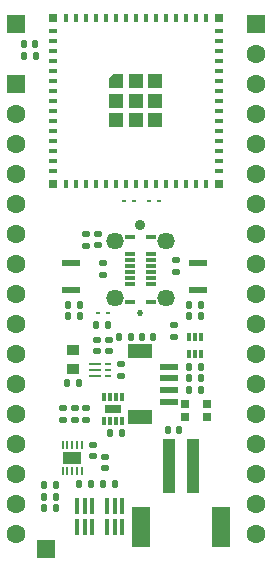
<source format=gbr>
%TF.GenerationSoftware,KiCad,Pcbnew,9.0.7-9.0.7~ubuntu22.04.1*%
%TF.CreationDate,2026-02-15T22:28:31-07:00*%
%TF.ProjectId,ESP32-S3-MINI-1_UU,45535033-322d-4533-932d-4d494e492d31,rev?*%
%TF.SameCoordinates,Original*%
%TF.FileFunction,Soldermask,Top*%
%TF.FilePolarity,Negative*%
%FSLAX46Y46*%
G04 Gerber Fmt 4.6, Leading zero omitted, Abs format (unit mm)*
G04 Created by KiCad (PCBNEW 9.0.7-9.0.7~ubuntu22.04.1) date 2026-02-15 22:28:31*
%MOMM*%
%LPD*%
G01*
G04 APERTURE LIST*
G04 Aperture macros list*
%AMRoundRect*
0 Rectangle with rounded corners*
0 $1 Rounding radius*
0 $2 $3 $4 $5 $6 $7 $8 $9 X,Y pos of 4 corners*
0 Add a 4 corners polygon primitive as box body*
4,1,4,$2,$3,$4,$5,$6,$7,$8,$9,$2,$3,0*
0 Add four circle primitives for the rounded corners*
1,1,$1+$1,$2,$3*
1,1,$1+$1,$4,$5*
1,1,$1+$1,$6,$7*
1,1,$1+$1,$8,$9*
0 Add four rect primitives between the rounded corners*
20,1,$1+$1,$2,$3,$4,$5,0*
20,1,$1+$1,$4,$5,$6,$7,0*
20,1,$1+$1,$6,$7,$8,$9,0*
20,1,$1+$1,$8,$9,$2,$3,0*%
%AMOutline5P*
0 Free polygon, 5 corners , with rotation*
0 The origin of the aperture is its center*
0 number of corners: always 5*
0 $1 to $10 corner X, Y*
0 $11 Rotation angle, in degrees counterclockwise*
0 create outline with 5 corners*
4,1,5,$1,$2,$3,$4,$5,$6,$7,$8,$9,$10,$1,$2,$11*%
%AMOutline6P*
0 Free polygon, 6 corners , with rotation*
0 The origin of the aperture is its center*
0 number of corners: always 6*
0 $1 to $12 corner X, Y*
0 $13 Rotation angle, in degrees counterclockwise*
0 create outline with 6 corners*
4,1,6,$1,$2,$3,$4,$5,$6,$7,$8,$9,$10,$11,$12,$1,$2,$13*%
%AMOutline7P*
0 Free polygon, 7 corners , with rotation*
0 The origin of the aperture is its center*
0 number of corners: always 7*
0 $1 to $14 corner X, Y*
0 $15 Rotation angle, in degrees counterclockwise*
0 create outline with 7 corners*
4,1,7,$1,$2,$3,$4,$5,$6,$7,$8,$9,$10,$11,$12,$13,$14,$1,$2,$15*%
%AMOutline8P*
0 Free polygon, 8 corners , with rotation*
0 The origin of the aperture is its center*
0 number of corners: always 8*
0 $1 to $16 corner X, Y*
0 $17 Rotation angle, in degrees counterclockwise*
0 create outline with 8 corners*
4,1,8,$1,$2,$3,$4,$5,$6,$7,$8,$9,$10,$11,$12,$13,$14,$15,$16,$1,$2,$17*%
G04 Aperture macros list end*
%ADD10R,1.650000X0.500000*%
%ADD11R,0.600000X0.250000*%
%ADD12R,1.000000X0.200000*%
%ADD13RoundRect,0.140000X0.140000X0.170000X-0.140000X0.170000X-0.140000X-0.170000X0.140000X-0.170000X0*%
%ADD14C,1.600000*%
%ADD15R,1.600000X1.600000*%
%ADD16RoundRect,0.140000X-0.140000X-0.170000X0.140000X-0.170000X0.140000X0.170000X-0.140000X0.170000X0*%
%ADD17RoundRect,0.135000X0.135000X0.185000X-0.135000X0.185000X-0.135000X-0.185000X0.135000X-0.185000X0*%
%ADD18RoundRect,0.100000X0.100000X-0.562500X0.100000X0.562500X-0.100000X0.562500X-0.100000X-0.562500X0*%
%ADD19RoundRect,0.135000X0.185000X-0.135000X0.185000X0.135000X-0.185000X0.135000X-0.185000X-0.135000X0*%
%ADD20RoundRect,0.062500X-0.117500X-0.062500X0.117500X-0.062500X0.117500X0.062500X-0.117500X0.062500X0*%
%ADD21RoundRect,0.062500X0.117500X0.062500X-0.117500X0.062500X-0.117500X-0.062500X0.117500X-0.062500X0*%
%ADD22R,1.000000X0.900000*%
%ADD23RoundRect,0.140000X0.170000X-0.140000X0.170000X0.140000X-0.170000X0.140000X-0.170000X-0.140000X0*%
%ADD24R,0.700000X0.700000*%
%ADD25RoundRect,0.147500X0.147500X0.172500X-0.147500X0.172500X-0.147500X-0.172500X0.147500X-0.172500X0*%
%ADD26RoundRect,0.135000X-0.185000X0.135000X-0.185000X-0.135000X0.185000X-0.135000X0.185000X0.135000X0*%
%ADD27RoundRect,0.147500X0.172500X-0.147500X0.172500X0.147500X-0.172500X0.147500X-0.172500X-0.147500X0*%
%ADD28R,0.200000X0.750000*%
%ADD29R,1.600000X1.000000*%
%ADD30RoundRect,0.135000X-0.135000X-0.185000X0.135000X-0.185000X0.135000X0.185000X-0.135000X0.185000X0*%
%ADD31R,1.550000X0.600000*%
%ADD32R,2.000000X1.200000*%
%ADD33R,0.300000X0.700000*%
%ADD34R,1.380000X0.800000*%
%ADD35R,1.000000X4.600000*%
%ADD36R,1.600000X3.400000*%
%ADD37RoundRect,0.147500X-0.147500X-0.172500X0.147500X-0.172500X0.147500X0.172500X-0.147500X0.172500X0*%
%ADD38RoundRect,0.140000X-0.170000X0.140000X-0.170000X-0.140000X0.170000X-0.140000X0.170000X0.140000X0*%
%ADD39R,0.800000X0.400000*%
%ADD40R,0.400000X0.800000*%
%ADD41Outline5P,-0.600000X0.204000X-0.204000X0.600000X0.600000X0.600000X0.600000X-0.600000X-0.600000X-0.600000X0.000000*%
%ADD42R,1.200000X1.200000*%
%ADD43R,0.800000X0.800000*%
%ADD44RoundRect,0.087500X0.087500X-0.250000X0.087500X0.250000X-0.087500X0.250000X-0.087500X-0.250000X0*%
%ADD45C,0.520000*%
%ADD46C,0.890000*%
%ADD47R,0.870000X0.300000*%
%ADD48C,1.460000*%
G04 APERTURE END LIST*
D10*
%TO.C,S2*%
X187650000Y-134550000D03*
X187650000Y-136850000D03*
%TD*%
%TO.C,S1*%
X176900000Y-134550000D03*
X176900000Y-136850000D03*
%TD*%
D11*
%TO.C,IC1*%
X180060000Y-144100000D03*
X180060000Y-143600000D03*
X180060000Y-143100000D03*
D12*
X178960000Y-143100000D03*
X178960000Y-143600000D03*
X178960000Y-144100000D03*
%TD*%
D13*
%TO.C,C4*%
X173900000Y-117000000D03*
X172940000Y-117000000D03*
%TD*%
D14*
%TO.C,J9*%
X192560000Y-157450000D03*
X192560000Y-154910000D03*
X192560000Y-152370000D03*
X192560000Y-149830000D03*
X192560000Y-147290000D03*
X192560000Y-144750000D03*
X192560000Y-142210000D03*
X192560000Y-139670000D03*
X192560000Y-137130000D03*
X192560000Y-134590000D03*
X192560000Y-132050000D03*
X192560000Y-129510000D03*
X192560000Y-126970000D03*
X192560000Y-124430000D03*
X192560000Y-121890000D03*
X192560000Y-119350000D03*
X192560000Y-116810000D03*
D15*
X192560000Y-114270000D03*
%TD*%
%TO.C,J8*%
X172240000Y-119350000D03*
D14*
X172240000Y-121890000D03*
X172240000Y-124430000D03*
X172240000Y-126970000D03*
X172240000Y-129510000D03*
X172240000Y-132050000D03*
X172240000Y-134590000D03*
X172240000Y-137130000D03*
X172240000Y-139670000D03*
X172240000Y-142210000D03*
X172240000Y-144750000D03*
X172240000Y-147290000D03*
X172240000Y-149830000D03*
X172240000Y-152370000D03*
X172240000Y-154910000D03*
X172240000Y-157450000D03*
%TD*%
D15*
%TO.C,J7*%
X174780000Y-158733000D03*
%TD*%
D16*
%TO.C,C11*%
X186920000Y-145300000D03*
X187880000Y-145300000D03*
%TD*%
D17*
%TO.C,R14*%
X187910000Y-143300000D03*
X186890000Y-143300000D03*
%TD*%
D18*
%TO.C,U5*%
X179950000Y-156875000D03*
X180600000Y-156875000D03*
X181250000Y-156875000D03*
X181250000Y-155100000D03*
X180600000Y-155100000D03*
X179950000Y-155100000D03*
%TD*%
D19*
%TO.C,R9*%
X178200000Y-147810000D03*
X178200000Y-146790000D03*
%TD*%
D17*
%TO.C,TH1*%
X175610000Y-153300000D03*
X174590000Y-153300000D03*
%TD*%
D20*
%TO.C,D7*%
X184320000Y-129300000D03*
X183480000Y-129300000D03*
%TD*%
D21*
%TO.C,D8*%
X181380000Y-129300000D03*
X182220000Y-129300000D03*
%TD*%
D22*
%TO.C,L1*%
X177060000Y-143500000D03*
X177060000Y-141900000D03*
%TD*%
D23*
%TO.C,C8*%
X179800000Y-151880000D03*
X179800000Y-150920000D03*
%TD*%
D13*
%TO.C,C12*%
X187880000Y-138050000D03*
X186920000Y-138050000D03*
%TD*%
D24*
%TO.C,D6*%
X186570000Y-146450000D03*
X186570000Y-147550000D03*
X188400000Y-147550000D03*
X188400000Y-146450000D03*
%TD*%
D13*
%TO.C,C5*%
X177540000Y-144700000D03*
X176580000Y-144700000D03*
%TD*%
D25*
%TO.C,D4*%
X183870000Y-140800000D03*
X182900000Y-140800000D03*
%TD*%
D17*
%TO.C,R2*%
X175610000Y-154300000D03*
X174590000Y-154300000D03*
%TD*%
D26*
%TO.C,R4*%
X185785000Y-134290000D03*
X185785000Y-135310000D03*
%TD*%
D27*
%TO.C,D5*%
X179200000Y-133020000D03*
X179200000Y-132050000D03*
%TD*%
D26*
%TO.C,R12*%
X178200000Y-132050000D03*
X178200000Y-133070000D03*
%TD*%
D28*
%TO.C,IC2*%
X177800000Y-149900000D03*
X177400000Y-149900000D03*
X177000000Y-149900000D03*
X176600000Y-149900000D03*
X176200000Y-149900000D03*
X176200000Y-152100000D03*
X176600000Y-152100000D03*
X177000000Y-152100000D03*
X177400000Y-152100000D03*
X177800000Y-152100000D03*
D29*
X177000000Y-151000000D03*
%TD*%
D17*
%TO.C,R3*%
X175620000Y-155300000D03*
X174600000Y-155300000D03*
%TD*%
D30*
%TO.C,R13*%
X176640000Y-139050000D03*
X177660000Y-139050000D03*
%TD*%
D16*
%TO.C,C9*%
X179060000Y-139800000D03*
X180020000Y-139800000D03*
%TD*%
D31*
%TO.C,J3*%
X185161000Y-146300000D03*
X185161000Y-145300000D03*
X185161000Y-144300000D03*
X185161000Y-143300000D03*
D32*
X182736000Y-147600000D03*
X182736000Y-142000000D03*
%TD*%
D23*
%TO.C,C14*%
X185600000Y-140760000D03*
X185600000Y-139800000D03*
%TD*%
D33*
%TO.C,U3*%
X179694000Y-147890000D03*
X180194000Y-147890000D03*
X180694000Y-147890000D03*
X181194000Y-147890000D03*
X181194000Y-145910000D03*
X180694000Y-145910000D03*
X180194000Y-145910000D03*
X179694000Y-145910000D03*
D34*
X180444000Y-146900000D03*
%TD*%
D17*
%TO.C,R16*%
X187910000Y-144300000D03*
X186890000Y-144300000D03*
%TD*%
D16*
%TO.C,C15*%
X180220000Y-148900000D03*
X181180000Y-148900000D03*
%TD*%
D19*
%TO.C,R5*%
X179650000Y-135560000D03*
X179650000Y-134540000D03*
%TD*%
D20*
%TO.C,D1*%
X180035000Y-138800000D03*
X179195000Y-138800000D03*
%TD*%
D16*
%TO.C,C7*%
X185120000Y-148700000D03*
X186080000Y-148700000D03*
%TD*%
D35*
%TO.C,J1*%
X187200000Y-151700000D03*
X185200000Y-151700000D03*
D36*
X189600000Y-156900000D03*
X182800000Y-156900000D03*
%TD*%
D26*
%TO.C,R1*%
X181160000Y-143090000D03*
X181160000Y-144110000D03*
%TD*%
D37*
%TO.C,D3*%
X177615000Y-153200000D03*
X178585000Y-153200000D03*
%TD*%
D38*
%TO.C,C6*%
X178800000Y-149920000D03*
X178800000Y-150880000D03*
%TD*%
D23*
%TO.C,C1*%
X179100000Y-141980000D03*
X179100000Y-141020000D03*
%TD*%
D30*
%TO.C,R10*%
X179590000Y-153200000D03*
X180610000Y-153200000D03*
%TD*%
D39*
%TO.C,U2*%
X175400000Y-114850000D03*
X175400000Y-115700000D03*
X175400000Y-116550000D03*
X175400000Y-117400000D03*
X175400000Y-118250000D03*
X175400000Y-119100000D03*
X175400000Y-119950000D03*
X175400000Y-120800000D03*
X175400000Y-121650000D03*
X175400000Y-122500000D03*
X175400000Y-123350000D03*
X175400000Y-124200000D03*
X175400000Y-125050000D03*
X175400000Y-125900000D03*
X175400000Y-126750000D03*
D40*
X176450000Y-127800000D03*
X177300000Y-127800000D03*
X178150000Y-127800000D03*
X179000000Y-127800000D03*
X179850000Y-127800000D03*
X180700000Y-127800000D03*
X181550000Y-127800000D03*
X182400000Y-127800000D03*
X183250000Y-127800000D03*
X184100000Y-127800000D03*
X184950000Y-127800000D03*
X185800000Y-127800000D03*
X186650000Y-127800000D03*
X187500000Y-127800000D03*
X188350000Y-127800000D03*
D39*
X189400000Y-126750000D03*
X189400000Y-125900000D03*
X189400000Y-125050000D03*
X189400000Y-124200000D03*
X189400000Y-123350000D03*
X189400000Y-122500000D03*
X189400000Y-121650000D03*
X189400000Y-120800000D03*
X189400000Y-119950000D03*
X189400000Y-119100000D03*
X189400000Y-118250000D03*
X189400000Y-117400000D03*
X189400000Y-116550000D03*
X189400000Y-115700000D03*
X189400000Y-114850000D03*
D40*
X188350000Y-113800000D03*
X187500000Y-113800000D03*
X186650000Y-113800000D03*
X185800000Y-113800000D03*
X184950000Y-113800000D03*
X184100000Y-113800000D03*
X183250000Y-113800000D03*
X182400000Y-113800000D03*
X181550000Y-113800000D03*
X180700000Y-113800000D03*
X179850000Y-113800000D03*
X179000000Y-113800000D03*
X178150000Y-113800000D03*
X177300000Y-113800000D03*
X176450000Y-113800000D03*
D41*
X180750000Y-119150000D03*
D42*
X180750000Y-120800000D03*
X180750000Y-122450000D03*
X182400000Y-119150000D03*
X182400000Y-120800000D03*
X182400000Y-122450000D03*
X184050000Y-119150000D03*
X184050000Y-120800000D03*
X184050000Y-122450000D03*
D43*
X175400000Y-113800000D03*
X175400000Y-127800000D03*
X189400000Y-127800000D03*
X189400000Y-113800000D03*
%TD*%
D16*
%TO.C,C10*%
X176670000Y-138050000D03*
X177630000Y-138050000D03*
%TD*%
D30*
%TO.C,R11*%
X180990000Y-140800000D03*
X182010000Y-140800000D03*
%TD*%
D44*
%TO.C,U4*%
X186900000Y-142212500D03*
X187400000Y-142212500D03*
X187900000Y-142212500D03*
X187900000Y-140787500D03*
X187400000Y-140787500D03*
X186900000Y-140787500D03*
%TD*%
D30*
%TO.C,R17*%
X186890000Y-139050000D03*
X187910000Y-139050000D03*
%TD*%
D18*
%TO.C,U1*%
X177400000Y-156875000D03*
X178050000Y-156875000D03*
X178700000Y-156875000D03*
X178700000Y-155100000D03*
X178050000Y-155100000D03*
X177400000Y-155100000D03*
%TD*%
D15*
%TO.C,J4*%
X172240000Y-114270000D03*
%TD*%
D13*
%TO.C,C3*%
X173880000Y-116000000D03*
X172920000Y-116000000D03*
%TD*%
D23*
%TO.C,C2*%
X180100000Y-141980000D03*
X180100000Y-141020000D03*
%TD*%
D45*
%TO.C,J2*%
X182785000Y-138800000D03*
D46*
X182785000Y-131300000D03*
D47*
X181920000Y-137800000D03*
X181920000Y-136300000D03*
X181920000Y-135800000D03*
X181920000Y-135300000D03*
X181920000Y-134800000D03*
X181920000Y-134300000D03*
X181920000Y-133800000D03*
X181920000Y-132300000D03*
X183650000Y-132300000D03*
X183650000Y-133800000D03*
X183650000Y-134300000D03*
X183650000Y-134800000D03*
X183650000Y-135300000D03*
X183650000Y-135800000D03*
X183650000Y-136300000D03*
X183650000Y-137800000D03*
D48*
X180635000Y-137450000D03*
X180635000Y-132650000D03*
X184935000Y-132650000D03*
X184935000Y-137450000D03*
%TD*%
D19*
%TO.C,R8*%
X176200000Y-147810000D03*
X176200000Y-146790000D03*
%TD*%
D27*
%TO.C,D2*%
X177200000Y-147785000D03*
X177200000Y-146815000D03*
%TD*%
M02*

</source>
